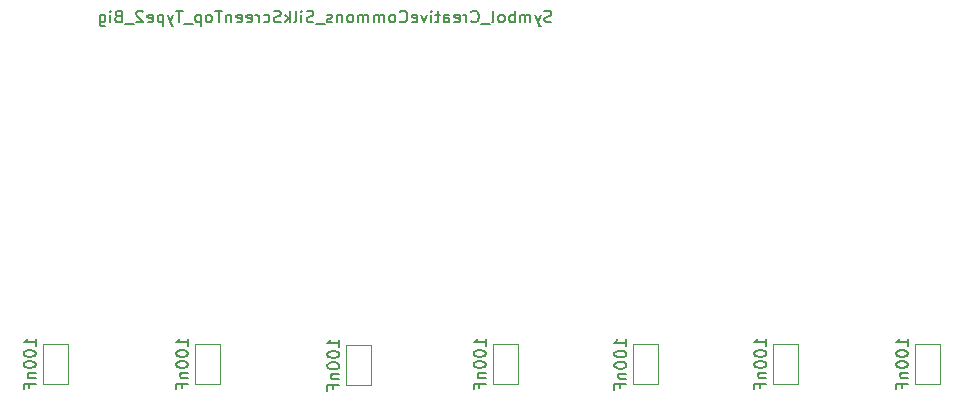
<source format=gbr>
G04 #@! TF.GenerationSoftware,KiCad,Pcbnew,5.0.2+dfsg1-1*
G04 #@! TF.CreationDate,2019-04-18T10:12:34+02:00*
G04 #@! TF.ProjectId,yaacwk,79616163-776b-42e6-9b69-6361645f7063,1.3*
G04 #@! TF.SameCoordinates,Original*
G04 #@! TF.FileFunction,Other,Fab,Bot*
%FSLAX46Y46*%
G04 Gerber Fmt 4.6, Leading zero omitted, Abs format (unit mm)*
G04 Created by KiCad (PCBNEW 5.0.2+dfsg1-1) date gio 18 apr 2019 10:12:34 CEST*
%MOMM*%
%LPD*%
G01*
G04 APERTURE LIST*
%ADD10C,0.100000*%
%ADD11C,0.150000*%
G04 APERTURE END LIST*
D10*
G04 #@! TO.C,C6*
X119700000Y-132400000D02*
X117600000Y-132400000D01*
X117600000Y-132400000D02*
X117600000Y-129000000D01*
X117600000Y-129000000D02*
X119700000Y-129000000D01*
X119700000Y-129000000D02*
X119700000Y-132400000D01*
G04 #@! TO.C,C7*
X132600000Y-129000000D02*
X132600000Y-132400000D01*
X130500000Y-129000000D02*
X132600000Y-129000000D01*
X130500000Y-132400000D02*
X130500000Y-129000000D01*
X132600000Y-132400000D02*
X130500000Y-132400000D01*
G04 #@! TO.C,C8*
X145400000Y-132500000D02*
X143300000Y-132500000D01*
X143300000Y-132500000D02*
X143300000Y-129100000D01*
X143300000Y-129100000D02*
X145400000Y-129100000D01*
X145400000Y-129100000D02*
X145400000Y-132500000D01*
G04 #@! TO.C,C9*
X157800000Y-132400000D02*
X155700000Y-132400000D01*
X155700000Y-132400000D02*
X155700000Y-129000000D01*
X155700000Y-129000000D02*
X157800000Y-129000000D01*
X157800000Y-129000000D02*
X157800000Y-132400000D01*
G04 #@! TO.C,C17*
X169700000Y-132450000D02*
X167600000Y-132450000D01*
X167600000Y-132450000D02*
X167600000Y-129050000D01*
X167600000Y-129050000D02*
X169700000Y-129050000D01*
X169700000Y-129050000D02*
X169700000Y-132450000D01*
G04 #@! TO.C,C18*
X181550000Y-129000000D02*
X181550000Y-132400000D01*
X179450000Y-129000000D02*
X181550000Y-129000000D01*
X179450000Y-132400000D02*
X179450000Y-129000000D01*
X181550000Y-132400000D02*
X179450000Y-132400000D01*
G04 #@! TO.C,C19*
X193550000Y-132400000D02*
X191450000Y-132400000D01*
X191450000Y-132400000D02*
X191450000Y-129000000D01*
X191450000Y-129000000D02*
X193550000Y-129000000D01*
X193550000Y-129000000D02*
X193550000Y-132400000D01*
G04 #@! TD*
G04 #@! TO.C,C6*
D11*
X116992380Y-129152380D02*
X116992380Y-128580952D01*
X116992380Y-128866666D02*
X115992380Y-128866666D01*
X116135238Y-128771428D01*
X116230476Y-128676190D01*
X116278095Y-128580952D01*
X115992380Y-129771428D02*
X115992380Y-129866666D01*
X116040000Y-129961904D01*
X116087619Y-130009523D01*
X116182857Y-130057142D01*
X116373333Y-130104761D01*
X116611428Y-130104761D01*
X116801904Y-130057142D01*
X116897142Y-130009523D01*
X116944761Y-129961904D01*
X116992380Y-129866666D01*
X116992380Y-129771428D01*
X116944761Y-129676190D01*
X116897142Y-129628571D01*
X116801904Y-129580952D01*
X116611428Y-129533333D01*
X116373333Y-129533333D01*
X116182857Y-129580952D01*
X116087619Y-129628571D01*
X116040000Y-129676190D01*
X115992380Y-129771428D01*
X115992380Y-130723809D02*
X115992380Y-130819047D01*
X116040000Y-130914285D01*
X116087619Y-130961904D01*
X116182857Y-131009523D01*
X116373333Y-131057142D01*
X116611428Y-131057142D01*
X116801904Y-131009523D01*
X116897142Y-130961904D01*
X116944761Y-130914285D01*
X116992380Y-130819047D01*
X116992380Y-130723809D01*
X116944761Y-130628571D01*
X116897142Y-130580952D01*
X116801904Y-130533333D01*
X116611428Y-130485714D01*
X116373333Y-130485714D01*
X116182857Y-130533333D01*
X116087619Y-130580952D01*
X116040000Y-130628571D01*
X115992380Y-130723809D01*
X116325714Y-131485714D02*
X116992380Y-131485714D01*
X116420952Y-131485714D02*
X116373333Y-131533333D01*
X116325714Y-131628571D01*
X116325714Y-131771428D01*
X116373333Y-131866666D01*
X116468571Y-131914285D01*
X116992380Y-131914285D01*
X116468571Y-132723809D02*
X116468571Y-132390476D01*
X116992380Y-132390476D02*
X115992380Y-132390476D01*
X115992380Y-132866666D01*
G04 #@! TO.C,C7*
X129892380Y-129152380D02*
X129892380Y-128580952D01*
X129892380Y-128866666D02*
X128892380Y-128866666D01*
X129035238Y-128771428D01*
X129130476Y-128676190D01*
X129178095Y-128580952D01*
X128892380Y-129771428D02*
X128892380Y-129866666D01*
X128940000Y-129961904D01*
X128987619Y-130009523D01*
X129082857Y-130057142D01*
X129273333Y-130104761D01*
X129511428Y-130104761D01*
X129701904Y-130057142D01*
X129797142Y-130009523D01*
X129844761Y-129961904D01*
X129892380Y-129866666D01*
X129892380Y-129771428D01*
X129844761Y-129676190D01*
X129797142Y-129628571D01*
X129701904Y-129580952D01*
X129511428Y-129533333D01*
X129273333Y-129533333D01*
X129082857Y-129580952D01*
X128987619Y-129628571D01*
X128940000Y-129676190D01*
X128892380Y-129771428D01*
X128892380Y-130723809D02*
X128892380Y-130819047D01*
X128940000Y-130914285D01*
X128987619Y-130961904D01*
X129082857Y-131009523D01*
X129273333Y-131057142D01*
X129511428Y-131057142D01*
X129701904Y-131009523D01*
X129797142Y-130961904D01*
X129844761Y-130914285D01*
X129892380Y-130819047D01*
X129892380Y-130723809D01*
X129844761Y-130628571D01*
X129797142Y-130580952D01*
X129701904Y-130533333D01*
X129511428Y-130485714D01*
X129273333Y-130485714D01*
X129082857Y-130533333D01*
X128987619Y-130580952D01*
X128940000Y-130628571D01*
X128892380Y-130723809D01*
X129225714Y-131485714D02*
X129892380Y-131485714D01*
X129320952Y-131485714D02*
X129273333Y-131533333D01*
X129225714Y-131628571D01*
X129225714Y-131771428D01*
X129273333Y-131866666D01*
X129368571Y-131914285D01*
X129892380Y-131914285D01*
X129368571Y-132723809D02*
X129368571Y-132390476D01*
X129892380Y-132390476D02*
X128892380Y-132390476D01*
X128892380Y-132866666D01*
G04 #@! TO.C,C8*
X142692380Y-129252380D02*
X142692380Y-128680952D01*
X142692380Y-128966666D02*
X141692380Y-128966666D01*
X141835238Y-128871428D01*
X141930476Y-128776190D01*
X141978095Y-128680952D01*
X141692380Y-129871428D02*
X141692380Y-129966666D01*
X141740000Y-130061904D01*
X141787619Y-130109523D01*
X141882857Y-130157142D01*
X142073333Y-130204761D01*
X142311428Y-130204761D01*
X142501904Y-130157142D01*
X142597142Y-130109523D01*
X142644761Y-130061904D01*
X142692380Y-129966666D01*
X142692380Y-129871428D01*
X142644761Y-129776190D01*
X142597142Y-129728571D01*
X142501904Y-129680952D01*
X142311428Y-129633333D01*
X142073333Y-129633333D01*
X141882857Y-129680952D01*
X141787619Y-129728571D01*
X141740000Y-129776190D01*
X141692380Y-129871428D01*
X141692380Y-130823809D02*
X141692380Y-130919047D01*
X141740000Y-131014285D01*
X141787619Y-131061904D01*
X141882857Y-131109523D01*
X142073333Y-131157142D01*
X142311428Y-131157142D01*
X142501904Y-131109523D01*
X142597142Y-131061904D01*
X142644761Y-131014285D01*
X142692380Y-130919047D01*
X142692380Y-130823809D01*
X142644761Y-130728571D01*
X142597142Y-130680952D01*
X142501904Y-130633333D01*
X142311428Y-130585714D01*
X142073333Y-130585714D01*
X141882857Y-130633333D01*
X141787619Y-130680952D01*
X141740000Y-130728571D01*
X141692380Y-130823809D01*
X142025714Y-131585714D02*
X142692380Y-131585714D01*
X142120952Y-131585714D02*
X142073333Y-131633333D01*
X142025714Y-131728571D01*
X142025714Y-131871428D01*
X142073333Y-131966666D01*
X142168571Y-132014285D01*
X142692380Y-132014285D01*
X142168571Y-132823809D02*
X142168571Y-132490476D01*
X142692380Y-132490476D02*
X141692380Y-132490476D01*
X141692380Y-132966666D01*
G04 #@! TO.C,C9*
X155092380Y-129152380D02*
X155092380Y-128580952D01*
X155092380Y-128866666D02*
X154092380Y-128866666D01*
X154235238Y-128771428D01*
X154330476Y-128676190D01*
X154378095Y-128580952D01*
X154092380Y-129771428D02*
X154092380Y-129866666D01*
X154140000Y-129961904D01*
X154187619Y-130009523D01*
X154282857Y-130057142D01*
X154473333Y-130104761D01*
X154711428Y-130104761D01*
X154901904Y-130057142D01*
X154997142Y-130009523D01*
X155044761Y-129961904D01*
X155092380Y-129866666D01*
X155092380Y-129771428D01*
X155044761Y-129676190D01*
X154997142Y-129628571D01*
X154901904Y-129580952D01*
X154711428Y-129533333D01*
X154473333Y-129533333D01*
X154282857Y-129580952D01*
X154187619Y-129628571D01*
X154140000Y-129676190D01*
X154092380Y-129771428D01*
X154092380Y-130723809D02*
X154092380Y-130819047D01*
X154140000Y-130914285D01*
X154187619Y-130961904D01*
X154282857Y-131009523D01*
X154473333Y-131057142D01*
X154711428Y-131057142D01*
X154901904Y-131009523D01*
X154997142Y-130961904D01*
X155044761Y-130914285D01*
X155092380Y-130819047D01*
X155092380Y-130723809D01*
X155044761Y-130628571D01*
X154997142Y-130580952D01*
X154901904Y-130533333D01*
X154711428Y-130485714D01*
X154473333Y-130485714D01*
X154282857Y-130533333D01*
X154187619Y-130580952D01*
X154140000Y-130628571D01*
X154092380Y-130723809D01*
X154425714Y-131485714D02*
X155092380Y-131485714D01*
X154520952Y-131485714D02*
X154473333Y-131533333D01*
X154425714Y-131628571D01*
X154425714Y-131771428D01*
X154473333Y-131866666D01*
X154568571Y-131914285D01*
X155092380Y-131914285D01*
X154568571Y-132723809D02*
X154568571Y-132390476D01*
X155092380Y-132390476D02*
X154092380Y-132390476D01*
X154092380Y-132866666D01*
G04 #@! TO.C,C17*
X166992380Y-129202380D02*
X166992380Y-128630952D01*
X166992380Y-128916666D02*
X165992380Y-128916666D01*
X166135238Y-128821428D01*
X166230476Y-128726190D01*
X166278095Y-128630952D01*
X165992380Y-129821428D02*
X165992380Y-129916666D01*
X166040000Y-130011904D01*
X166087619Y-130059523D01*
X166182857Y-130107142D01*
X166373333Y-130154761D01*
X166611428Y-130154761D01*
X166801904Y-130107142D01*
X166897142Y-130059523D01*
X166944761Y-130011904D01*
X166992380Y-129916666D01*
X166992380Y-129821428D01*
X166944761Y-129726190D01*
X166897142Y-129678571D01*
X166801904Y-129630952D01*
X166611428Y-129583333D01*
X166373333Y-129583333D01*
X166182857Y-129630952D01*
X166087619Y-129678571D01*
X166040000Y-129726190D01*
X165992380Y-129821428D01*
X165992380Y-130773809D02*
X165992380Y-130869047D01*
X166040000Y-130964285D01*
X166087619Y-131011904D01*
X166182857Y-131059523D01*
X166373333Y-131107142D01*
X166611428Y-131107142D01*
X166801904Y-131059523D01*
X166897142Y-131011904D01*
X166944761Y-130964285D01*
X166992380Y-130869047D01*
X166992380Y-130773809D01*
X166944761Y-130678571D01*
X166897142Y-130630952D01*
X166801904Y-130583333D01*
X166611428Y-130535714D01*
X166373333Y-130535714D01*
X166182857Y-130583333D01*
X166087619Y-130630952D01*
X166040000Y-130678571D01*
X165992380Y-130773809D01*
X166325714Y-131535714D02*
X166992380Y-131535714D01*
X166420952Y-131535714D02*
X166373333Y-131583333D01*
X166325714Y-131678571D01*
X166325714Y-131821428D01*
X166373333Y-131916666D01*
X166468571Y-131964285D01*
X166992380Y-131964285D01*
X166468571Y-132773809D02*
X166468571Y-132440476D01*
X166992380Y-132440476D02*
X165992380Y-132440476D01*
X165992380Y-132916666D01*
G04 #@! TO.C,C18*
X178842380Y-129152380D02*
X178842380Y-128580952D01*
X178842380Y-128866666D02*
X177842380Y-128866666D01*
X177985238Y-128771428D01*
X178080476Y-128676190D01*
X178128095Y-128580952D01*
X177842380Y-129771428D02*
X177842380Y-129866666D01*
X177890000Y-129961904D01*
X177937619Y-130009523D01*
X178032857Y-130057142D01*
X178223333Y-130104761D01*
X178461428Y-130104761D01*
X178651904Y-130057142D01*
X178747142Y-130009523D01*
X178794761Y-129961904D01*
X178842380Y-129866666D01*
X178842380Y-129771428D01*
X178794761Y-129676190D01*
X178747142Y-129628571D01*
X178651904Y-129580952D01*
X178461428Y-129533333D01*
X178223333Y-129533333D01*
X178032857Y-129580952D01*
X177937619Y-129628571D01*
X177890000Y-129676190D01*
X177842380Y-129771428D01*
X177842380Y-130723809D02*
X177842380Y-130819047D01*
X177890000Y-130914285D01*
X177937619Y-130961904D01*
X178032857Y-131009523D01*
X178223333Y-131057142D01*
X178461428Y-131057142D01*
X178651904Y-131009523D01*
X178747142Y-130961904D01*
X178794761Y-130914285D01*
X178842380Y-130819047D01*
X178842380Y-130723809D01*
X178794761Y-130628571D01*
X178747142Y-130580952D01*
X178651904Y-130533333D01*
X178461428Y-130485714D01*
X178223333Y-130485714D01*
X178032857Y-130533333D01*
X177937619Y-130580952D01*
X177890000Y-130628571D01*
X177842380Y-130723809D01*
X178175714Y-131485714D02*
X178842380Y-131485714D01*
X178270952Y-131485714D02*
X178223333Y-131533333D01*
X178175714Y-131628571D01*
X178175714Y-131771428D01*
X178223333Y-131866666D01*
X178318571Y-131914285D01*
X178842380Y-131914285D01*
X178318571Y-132723809D02*
X178318571Y-132390476D01*
X178842380Y-132390476D02*
X177842380Y-132390476D01*
X177842380Y-132866666D01*
G04 #@! TO.C,C19*
X190842380Y-129152380D02*
X190842380Y-128580952D01*
X190842380Y-128866666D02*
X189842380Y-128866666D01*
X189985238Y-128771428D01*
X190080476Y-128676190D01*
X190128095Y-128580952D01*
X189842380Y-129771428D02*
X189842380Y-129866666D01*
X189890000Y-129961904D01*
X189937619Y-130009523D01*
X190032857Y-130057142D01*
X190223333Y-130104761D01*
X190461428Y-130104761D01*
X190651904Y-130057142D01*
X190747142Y-130009523D01*
X190794761Y-129961904D01*
X190842380Y-129866666D01*
X190842380Y-129771428D01*
X190794761Y-129676190D01*
X190747142Y-129628571D01*
X190651904Y-129580952D01*
X190461428Y-129533333D01*
X190223333Y-129533333D01*
X190032857Y-129580952D01*
X189937619Y-129628571D01*
X189890000Y-129676190D01*
X189842380Y-129771428D01*
X189842380Y-130723809D02*
X189842380Y-130819047D01*
X189890000Y-130914285D01*
X189937619Y-130961904D01*
X190032857Y-131009523D01*
X190223333Y-131057142D01*
X190461428Y-131057142D01*
X190651904Y-131009523D01*
X190747142Y-130961904D01*
X190794761Y-130914285D01*
X190842380Y-130819047D01*
X190842380Y-130723809D01*
X190794761Y-130628571D01*
X190747142Y-130580952D01*
X190651904Y-130533333D01*
X190461428Y-130485714D01*
X190223333Y-130485714D01*
X190032857Y-130533333D01*
X189937619Y-130580952D01*
X189890000Y-130628571D01*
X189842380Y-130723809D01*
X190175714Y-131485714D02*
X190842380Y-131485714D01*
X190270952Y-131485714D02*
X190223333Y-131533333D01*
X190175714Y-131628571D01*
X190175714Y-131771428D01*
X190223333Y-131866666D01*
X190318571Y-131914285D01*
X190842380Y-131914285D01*
X190318571Y-132723809D02*
X190318571Y-132390476D01*
X190842380Y-132390476D02*
X189842380Y-132390476D01*
X189842380Y-132866666D01*
G04 #@! TO.C,REF3*
X160643417Y-101755761D02*
X160500560Y-101803380D01*
X160262464Y-101803380D01*
X160167226Y-101755761D01*
X160119607Y-101708142D01*
X160071988Y-101612904D01*
X160071988Y-101517666D01*
X160119607Y-101422428D01*
X160167226Y-101374809D01*
X160262464Y-101327190D01*
X160452940Y-101279571D01*
X160548179Y-101231952D01*
X160595798Y-101184333D01*
X160643417Y-101089095D01*
X160643417Y-100993857D01*
X160595798Y-100898619D01*
X160548179Y-100851000D01*
X160452940Y-100803380D01*
X160214845Y-100803380D01*
X160071988Y-100851000D01*
X159738655Y-101136714D02*
X159500560Y-101803380D01*
X159262464Y-101136714D02*
X159500560Y-101803380D01*
X159595798Y-102041476D01*
X159643417Y-102089095D01*
X159738655Y-102136714D01*
X158881512Y-101803380D02*
X158881512Y-101136714D01*
X158881512Y-101231952D02*
X158833893Y-101184333D01*
X158738655Y-101136714D01*
X158595798Y-101136714D01*
X158500560Y-101184333D01*
X158452940Y-101279571D01*
X158452940Y-101803380D01*
X158452940Y-101279571D02*
X158405321Y-101184333D01*
X158310083Y-101136714D01*
X158167226Y-101136714D01*
X158071988Y-101184333D01*
X158024369Y-101279571D01*
X158024369Y-101803380D01*
X157548179Y-101803380D02*
X157548179Y-100803380D01*
X157548179Y-101184333D02*
X157452940Y-101136714D01*
X157262464Y-101136714D01*
X157167226Y-101184333D01*
X157119607Y-101231952D01*
X157071988Y-101327190D01*
X157071988Y-101612904D01*
X157119607Y-101708142D01*
X157167226Y-101755761D01*
X157262464Y-101803380D01*
X157452940Y-101803380D01*
X157548179Y-101755761D01*
X156500560Y-101803380D02*
X156595798Y-101755761D01*
X156643417Y-101708142D01*
X156691036Y-101612904D01*
X156691036Y-101327190D01*
X156643417Y-101231952D01*
X156595798Y-101184333D01*
X156500560Y-101136714D01*
X156357702Y-101136714D01*
X156262464Y-101184333D01*
X156214845Y-101231952D01*
X156167226Y-101327190D01*
X156167226Y-101612904D01*
X156214845Y-101708142D01*
X156262464Y-101755761D01*
X156357702Y-101803380D01*
X156500560Y-101803380D01*
X155595798Y-101803380D02*
X155691036Y-101755761D01*
X155738655Y-101660523D01*
X155738655Y-100803380D01*
X155452940Y-101898619D02*
X154691036Y-101898619D01*
X153881512Y-101708142D02*
X153929131Y-101755761D01*
X154071988Y-101803380D01*
X154167226Y-101803380D01*
X154310083Y-101755761D01*
X154405321Y-101660523D01*
X154452940Y-101565285D01*
X154500560Y-101374809D01*
X154500560Y-101231952D01*
X154452940Y-101041476D01*
X154405321Y-100946238D01*
X154310083Y-100851000D01*
X154167226Y-100803380D01*
X154071988Y-100803380D01*
X153929131Y-100851000D01*
X153881512Y-100898619D01*
X153452940Y-101803380D02*
X153452940Y-101136714D01*
X153452940Y-101327190D02*
X153405321Y-101231952D01*
X153357702Y-101184333D01*
X153262464Y-101136714D01*
X153167226Y-101136714D01*
X152452940Y-101755761D02*
X152548179Y-101803380D01*
X152738655Y-101803380D01*
X152833893Y-101755761D01*
X152881512Y-101660523D01*
X152881512Y-101279571D01*
X152833893Y-101184333D01*
X152738655Y-101136714D01*
X152548179Y-101136714D01*
X152452940Y-101184333D01*
X152405321Y-101279571D01*
X152405321Y-101374809D01*
X152881512Y-101470047D01*
X151548179Y-101803380D02*
X151548179Y-101279571D01*
X151595798Y-101184333D01*
X151691036Y-101136714D01*
X151881512Y-101136714D01*
X151976750Y-101184333D01*
X151548179Y-101755761D02*
X151643417Y-101803380D01*
X151881512Y-101803380D01*
X151976750Y-101755761D01*
X152024369Y-101660523D01*
X152024369Y-101565285D01*
X151976750Y-101470047D01*
X151881512Y-101422428D01*
X151643417Y-101422428D01*
X151548179Y-101374809D01*
X151214845Y-101136714D02*
X150833893Y-101136714D01*
X151071988Y-100803380D02*
X151071988Y-101660523D01*
X151024369Y-101755761D01*
X150929131Y-101803380D01*
X150833893Y-101803380D01*
X150500560Y-101803380D02*
X150500560Y-101136714D01*
X150500560Y-100803380D02*
X150548179Y-100851000D01*
X150500560Y-100898619D01*
X150452940Y-100851000D01*
X150500560Y-100803380D01*
X150500560Y-100898619D01*
X150119607Y-101136714D02*
X149881512Y-101803380D01*
X149643417Y-101136714D01*
X148881512Y-101755761D02*
X148976750Y-101803380D01*
X149167226Y-101803380D01*
X149262464Y-101755761D01*
X149310083Y-101660523D01*
X149310083Y-101279571D01*
X149262464Y-101184333D01*
X149167226Y-101136714D01*
X148976750Y-101136714D01*
X148881512Y-101184333D01*
X148833893Y-101279571D01*
X148833893Y-101374809D01*
X149310083Y-101470047D01*
X147833893Y-101708142D02*
X147881512Y-101755761D01*
X148024369Y-101803380D01*
X148119607Y-101803380D01*
X148262464Y-101755761D01*
X148357702Y-101660523D01*
X148405321Y-101565285D01*
X148452940Y-101374809D01*
X148452940Y-101231952D01*
X148405321Y-101041476D01*
X148357702Y-100946238D01*
X148262464Y-100851000D01*
X148119607Y-100803380D01*
X148024369Y-100803380D01*
X147881512Y-100851000D01*
X147833893Y-100898619D01*
X147262464Y-101803380D02*
X147357702Y-101755761D01*
X147405321Y-101708142D01*
X147452940Y-101612904D01*
X147452940Y-101327190D01*
X147405321Y-101231952D01*
X147357702Y-101184333D01*
X147262464Y-101136714D01*
X147119607Y-101136714D01*
X147024369Y-101184333D01*
X146976750Y-101231952D01*
X146929131Y-101327190D01*
X146929131Y-101612904D01*
X146976750Y-101708142D01*
X147024369Y-101755761D01*
X147119607Y-101803380D01*
X147262464Y-101803380D01*
X146500560Y-101803380D02*
X146500560Y-101136714D01*
X146500560Y-101231952D02*
X146452940Y-101184333D01*
X146357702Y-101136714D01*
X146214845Y-101136714D01*
X146119607Y-101184333D01*
X146071988Y-101279571D01*
X146071988Y-101803380D01*
X146071988Y-101279571D02*
X146024369Y-101184333D01*
X145929131Y-101136714D01*
X145786274Y-101136714D01*
X145691036Y-101184333D01*
X145643417Y-101279571D01*
X145643417Y-101803380D01*
X145167226Y-101803380D02*
X145167226Y-101136714D01*
X145167226Y-101231952D02*
X145119607Y-101184333D01*
X145024369Y-101136714D01*
X144881512Y-101136714D01*
X144786274Y-101184333D01*
X144738655Y-101279571D01*
X144738655Y-101803380D01*
X144738655Y-101279571D02*
X144691036Y-101184333D01*
X144595798Y-101136714D01*
X144452940Y-101136714D01*
X144357702Y-101184333D01*
X144310083Y-101279571D01*
X144310083Y-101803380D01*
X143691036Y-101803380D02*
X143786274Y-101755761D01*
X143833893Y-101708142D01*
X143881512Y-101612904D01*
X143881512Y-101327190D01*
X143833893Y-101231952D01*
X143786274Y-101184333D01*
X143691036Y-101136714D01*
X143548179Y-101136714D01*
X143452940Y-101184333D01*
X143405321Y-101231952D01*
X143357702Y-101327190D01*
X143357702Y-101612904D01*
X143405321Y-101708142D01*
X143452940Y-101755761D01*
X143548179Y-101803380D01*
X143691036Y-101803380D01*
X142929131Y-101136714D02*
X142929131Y-101803380D01*
X142929131Y-101231952D02*
X142881512Y-101184333D01*
X142786274Y-101136714D01*
X142643417Y-101136714D01*
X142548179Y-101184333D01*
X142500560Y-101279571D01*
X142500560Y-101803380D01*
X142071988Y-101755761D02*
X141976750Y-101803380D01*
X141786274Y-101803380D01*
X141691036Y-101755761D01*
X141643417Y-101660523D01*
X141643417Y-101612904D01*
X141691036Y-101517666D01*
X141786274Y-101470047D01*
X141929131Y-101470047D01*
X142024369Y-101422428D01*
X142071988Y-101327190D01*
X142071988Y-101279571D01*
X142024369Y-101184333D01*
X141929131Y-101136714D01*
X141786274Y-101136714D01*
X141691036Y-101184333D01*
X141452940Y-101898619D02*
X140691036Y-101898619D01*
X140500560Y-101755761D02*
X140357702Y-101803380D01*
X140119607Y-101803380D01*
X140024369Y-101755761D01*
X139976750Y-101708142D01*
X139929131Y-101612904D01*
X139929131Y-101517666D01*
X139976750Y-101422428D01*
X140024369Y-101374809D01*
X140119607Y-101327190D01*
X140310083Y-101279571D01*
X140405321Y-101231952D01*
X140452940Y-101184333D01*
X140500560Y-101089095D01*
X140500560Y-100993857D01*
X140452940Y-100898619D01*
X140405321Y-100851000D01*
X140310083Y-100803380D01*
X140071988Y-100803380D01*
X139929131Y-100851000D01*
X139500560Y-101803380D02*
X139500560Y-101136714D01*
X139500560Y-100803380D02*
X139548179Y-100851000D01*
X139500560Y-100898619D01*
X139452940Y-100851000D01*
X139500560Y-100803380D01*
X139500560Y-100898619D01*
X138881512Y-101803380D02*
X138976750Y-101755761D01*
X139024369Y-101660523D01*
X139024369Y-100803380D01*
X138500560Y-101803380D02*
X138500560Y-100803380D01*
X138405321Y-101422428D02*
X138119607Y-101803380D01*
X138119607Y-101136714D02*
X138500560Y-101517666D01*
X137738655Y-101755761D02*
X137595798Y-101803380D01*
X137357702Y-101803380D01*
X137262464Y-101755761D01*
X137214845Y-101708142D01*
X137167226Y-101612904D01*
X137167226Y-101517666D01*
X137214845Y-101422428D01*
X137262464Y-101374809D01*
X137357702Y-101327190D01*
X137548179Y-101279571D01*
X137643417Y-101231952D01*
X137691036Y-101184333D01*
X137738655Y-101089095D01*
X137738655Y-100993857D01*
X137691036Y-100898619D01*
X137643417Y-100851000D01*
X137548179Y-100803380D01*
X137310083Y-100803380D01*
X137167226Y-100851000D01*
X136310083Y-101755761D02*
X136405321Y-101803380D01*
X136595798Y-101803380D01*
X136691036Y-101755761D01*
X136738655Y-101708142D01*
X136786274Y-101612904D01*
X136786274Y-101327190D01*
X136738655Y-101231952D01*
X136691036Y-101184333D01*
X136595798Y-101136714D01*
X136405321Y-101136714D01*
X136310083Y-101184333D01*
X135881512Y-101803380D02*
X135881512Y-101136714D01*
X135881512Y-101327190D02*
X135833893Y-101231952D01*
X135786274Y-101184333D01*
X135691036Y-101136714D01*
X135595798Y-101136714D01*
X134881512Y-101755761D02*
X134976750Y-101803380D01*
X135167226Y-101803380D01*
X135262464Y-101755761D01*
X135310083Y-101660523D01*
X135310083Y-101279571D01*
X135262464Y-101184333D01*
X135167226Y-101136714D01*
X134976750Y-101136714D01*
X134881512Y-101184333D01*
X134833893Y-101279571D01*
X134833893Y-101374809D01*
X135310083Y-101470047D01*
X134024369Y-101755761D02*
X134119607Y-101803380D01*
X134310083Y-101803380D01*
X134405321Y-101755761D01*
X134452940Y-101660523D01*
X134452940Y-101279571D01*
X134405321Y-101184333D01*
X134310083Y-101136714D01*
X134119607Y-101136714D01*
X134024369Y-101184333D01*
X133976750Y-101279571D01*
X133976750Y-101374809D01*
X134452940Y-101470047D01*
X133548179Y-101136714D02*
X133548179Y-101803380D01*
X133548179Y-101231952D02*
X133500560Y-101184333D01*
X133405321Y-101136714D01*
X133262464Y-101136714D01*
X133167226Y-101184333D01*
X133119607Y-101279571D01*
X133119607Y-101803380D01*
X132786274Y-100803380D02*
X132214845Y-100803380D01*
X132500560Y-101803380D02*
X132500560Y-100803380D01*
X131738655Y-101803380D02*
X131833893Y-101755761D01*
X131881512Y-101708142D01*
X131929131Y-101612904D01*
X131929131Y-101327190D01*
X131881512Y-101231952D01*
X131833893Y-101184333D01*
X131738655Y-101136714D01*
X131595798Y-101136714D01*
X131500560Y-101184333D01*
X131452940Y-101231952D01*
X131405321Y-101327190D01*
X131405321Y-101612904D01*
X131452940Y-101708142D01*
X131500560Y-101755761D01*
X131595798Y-101803380D01*
X131738655Y-101803380D01*
X130976750Y-101136714D02*
X130976750Y-102136714D01*
X130976750Y-101184333D02*
X130881512Y-101136714D01*
X130691036Y-101136714D01*
X130595798Y-101184333D01*
X130548179Y-101231952D01*
X130500560Y-101327190D01*
X130500560Y-101612904D01*
X130548179Y-101708142D01*
X130595798Y-101755761D01*
X130691036Y-101803380D01*
X130881512Y-101803380D01*
X130976750Y-101755761D01*
X130310083Y-101898619D02*
X129548179Y-101898619D01*
X129452940Y-100803380D02*
X128881512Y-100803380D01*
X129167226Y-101803380D02*
X129167226Y-100803380D01*
X128643417Y-101136714D02*
X128405321Y-101803380D01*
X128167226Y-101136714D02*
X128405321Y-101803380D01*
X128500560Y-102041476D01*
X128548179Y-102089095D01*
X128643417Y-102136714D01*
X127786274Y-101136714D02*
X127786274Y-102136714D01*
X127786274Y-101184333D02*
X127691036Y-101136714D01*
X127500560Y-101136714D01*
X127405321Y-101184333D01*
X127357702Y-101231952D01*
X127310083Y-101327190D01*
X127310083Y-101612904D01*
X127357702Y-101708142D01*
X127405321Y-101755761D01*
X127500560Y-101803380D01*
X127691036Y-101803380D01*
X127786274Y-101755761D01*
X126500560Y-101755761D02*
X126595798Y-101803380D01*
X126786274Y-101803380D01*
X126881512Y-101755761D01*
X126929131Y-101660523D01*
X126929131Y-101279571D01*
X126881512Y-101184333D01*
X126786274Y-101136714D01*
X126595798Y-101136714D01*
X126500560Y-101184333D01*
X126452940Y-101279571D01*
X126452940Y-101374809D01*
X126929131Y-101470047D01*
X126071988Y-100898619D02*
X126024369Y-100851000D01*
X125929131Y-100803380D01*
X125691036Y-100803380D01*
X125595798Y-100851000D01*
X125548179Y-100898619D01*
X125500560Y-100993857D01*
X125500560Y-101089095D01*
X125548179Y-101231952D01*
X126119607Y-101803380D01*
X125500560Y-101803380D01*
X125310083Y-101898619D02*
X124548179Y-101898619D01*
X123976750Y-101279571D02*
X123833893Y-101327190D01*
X123786274Y-101374809D01*
X123738655Y-101470047D01*
X123738655Y-101612904D01*
X123786274Y-101708142D01*
X123833893Y-101755761D01*
X123929131Y-101803380D01*
X124310083Y-101803380D01*
X124310083Y-100803380D01*
X123976750Y-100803380D01*
X123881512Y-100851000D01*
X123833893Y-100898619D01*
X123786274Y-100993857D01*
X123786274Y-101089095D01*
X123833893Y-101184333D01*
X123881512Y-101231952D01*
X123976750Y-101279571D01*
X124310083Y-101279571D01*
X123310083Y-101803380D02*
X123310083Y-101136714D01*
X123310083Y-100803380D02*
X123357702Y-100851000D01*
X123310083Y-100898619D01*
X123262464Y-100851000D01*
X123310083Y-100803380D01*
X123310083Y-100898619D01*
X122405321Y-101136714D02*
X122405321Y-101946238D01*
X122452940Y-102041476D01*
X122500560Y-102089095D01*
X122595798Y-102136714D01*
X122738655Y-102136714D01*
X122833893Y-102089095D01*
X122405321Y-101755761D02*
X122500560Y-101803380D01*
X122691036Y-101803380D01*
X122786274Y-101755761D01*
X122833893Y-101708142D01*
X122881512Y-101612904D01*
X122881512Y-101327190D01*
X122833893Y-101231952D01*
X122786274Y-101184333D01*
X122691036Y-101136714D01*
X122500560Y-101136714D01*
X122405321Y-101184333D01*
G04 #@! TD*
M02*

</source>
